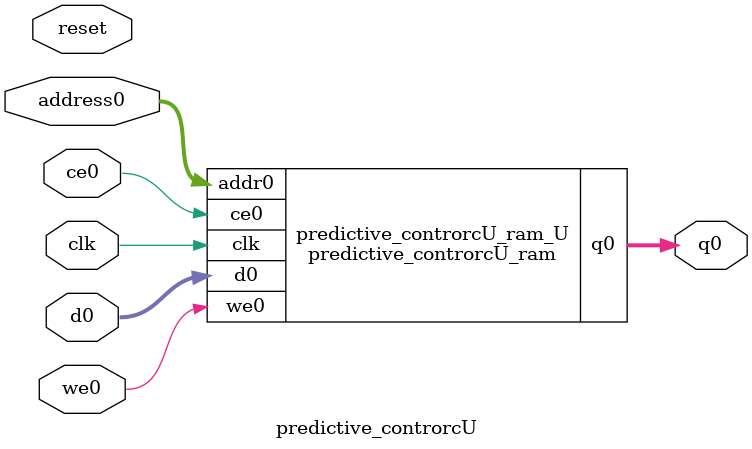
<source format=v>
`timescale 1 ns / 1 ps
module predictive_controrcU_ram (addr0, ce0, d0, we0, q0,  clk);

parameter DWIDTH = 32;
parameter AWIDTH = 7;
parameter MEM_SIZE = 96;

input[AWIDTH-1:0] addr0;
input ce0;
input[DWIDTH-1:0] d0;
input we0;
output reg[DWIDTH-1:0] q0;
input clk;

(* ram_style = "block" *)reg [DWIDTH-1:0] ram[0:MEM_SIZE-1];




always @(posedge clk)  
begin 
    if (ce0) 
    begin
        if (we0) 
        begin 
            ram[addr0] <= d0; 
        end 
        q0 <= ram[addr0];
    end
end


endmodule

`timescale 1 ns / 1 ps
module predictive_controrcU(
    reset,
    clk,
    address0,
    ce0,
    we0,
    d0,
    q0);

parameter DataWidth = 32'd32;
parameter AddressRange = 32'd96;
parameter AddressWidth = 32'd7;
input reset;
input clk;
input[AddressWidth - 1:0] address0;
input ce0;
input we0;
input[DataWidth - 1:0] d0;
output[DataWidth - 1:0] q0;



predictive_controrcU_ram predictive_controrcU_ram_U(
    .clk( clk ),
    .addr0( address0 ),
    .ce0( ce0 ),
    .we0( we0 ),
    .d0( d0 ),
    .q0( q0 ));

endmodule


</source>
